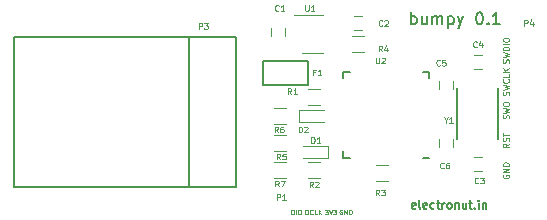
<source format=gto>
G04 #@! TF.FileFunction,Legend,Top*
%FSLAX46Y46*%
G04 Gerber Fmt 4.6, Leading zero omitted, Abs format (unit mm)*
G04 Created by KiCad (PCBNEW 4.0.2-stable) date 6/19/2017 9:33:45 AM*
%MOMM*%
G01*
G04 APERTURE LIST*
%ADD10C,0.150000*%
%ADD11C,0.050000*%
%ADD12C,0.200000*%
%ADD13C,0.120000*%
G04 APERTURE END LIST*
D10*
D11*
X195148238Y-143183000D02*
X195110143Y-143163952D01*
X195053000Y-143163952D01*
X194995857Y-143183000D01*
X194957762Y-143221095D01*
X194938714Y-143259190D01*
X194919666Y-143335381D01*
X194919666Y-143392524D01*
X194938714Y-143468714D01*
X194957762Y-143506810D01*
X194995857Y-143544905D01*
X195053000Y-143563952D01*
X195091095Y-143563952D01*
X195148238Y-143544905D01*
X195167286Y-143525857D01*
X195167286Y-143392524D01*
X195091095Y-143392524D01*
X195338714Y-143563952D02*
X195338714Y-143163952D01*
X195567286Y-143563952D01*
X195567286Y-143163952D01*
X195757762Y-143563952D02*
X195757762Y-143163952D01*
X195853000Y-143163952D01*
X195910143Y-143183000D01*
X195948238Y-143221095D01*
X195967286Y-143259190D01*
X195986334Y-143335381D01*
X195986334Y-143392524D01*
X195967286Y-143468714D01*
X195948238Y-143506810D01*
X195910143Y-143544905D01*
X195853000Y-143563952D01*
X195757762Y-143563952D01*
X193687763Y-143163952D02*
X193935382Y-143163952D01*
X193802049Y-143316333D01*
X193859191Y-143316333D01*
X193897287Y-143335381D01*
X193916334Y-143354429D01*
X193935382Y-143392524D01*
X193935382Y-143487762D01*
X193916334Y-143525857D01*
X193897287Y-143544905D01*
X193859191Y-143563952D01*
X193744906Y-143563952D01*
X193706810Y-143544905D01*
X193687763Y-143525857D01*
X194049667Y-143163952D02*
X194183001Y-143563952D01*
X194316334Y-143163952D01*
X194411572Y-143163952D02*
X194659191Y-143163952D01*
X194525858Y-143316333D01*
X194583000Y-143316333D01*
X194621096Y-143335381D01*
X194640143Y-143354429D01*
X194659191Y-143392524D01*
X194659191Y-143487762D01*
X194640143Y-143525857D01*
X194621096Y-143544905D01*
X194583000Y-143563952D01*
X194468715Y-143563952D01*
X194430619Y-143544905D01*
X194411572Y-143525857D01*
X192053333Y-143559952D02*
X192053333Y-143159952D01*
X192148571Y-143159952D01*
X192205714Y-143179000D01*
X192243809Y-143217095D01*
X192262857Y-143255190D01*
X192281905Y-143331381D01*
X192281905Y-143388524D01*
X192262857Y-143464714D01*
X192243809Y-143502810D01*
X192205714Y-143540905D01*
X192148571Y-143559952D01*
X192053333Y-143559952D01*
X192681905Y-143521857D02*
X192662857Y-143540905D01*
X192605714Y-143559952D01*
X192567619Y-143559952D01*
X192510476Y-143540905D01*
X192472381Y-143502810D01*
X192453333Y-143464714D01*
X192434285Y-143388524D01*
X192434285Y-143331381D01*
X192453333Y-143255190D01*
X192472381Y-143217095D01*
X192510476Y-143179000D01*
X192567619Y-143159952D01*
X192605714Y-143159952D01*
X192662857Y-143179000D01*
X192681905Y-143198048D01*
X193043809Y-143559952D02*
X192853333Y-143559952D01*
X192853333Y-143159952D01*
X193177143Y-143559952D02*
X193177143Y-143159952D01*
X193405715Y-143559952D02*
X193234286Y-143331381D01*
X193405715Y-143159952D02*
X193177143Y-143388524D01*
X190852476Y-143563952D02*
X190852476Y-143163952D01*
X190947714Y-143163952D01*
X191004857Y-143183000D01*
X191042952Y-143221095D01*
X191062000Y-143259190D01*
X191081048Y-143335381D01*
X191081048Y-143392524D01*
X191062000Y-143468714D01*
X191042952Y-143506810D01*
X191004857Y-143544905D01*
X190947714Y-143563952D01*
X190852476Y-143563952D01*
X191252476Y-143563952D02*
X191252476Y-143163952D01*
X191519143Y-143163952D02*
X191595333Y-143163952D01*
X191633428Y-143183000D01*
X191671524Y-143221095D01*
X191690571Y-143297286D01*
X191690571Y-143430619D01*
X191671524Y-143506810D01*
X191633428Y-143544905D01*
X191595333Y-143563952D01*
X191519143Y-143563952D01*
X191481047Y-143544905D01*
X191442952Y-143506810D01*
X191423904Y-143430619D01*
X191423904Y-143297286D01*
X191442952Y-143221095D01*
X191481047Y-143183000D01*
X191519143Y-143163952D01*
X208792000Y-140207953D02*
X208768190Y-140255572D01*
X208768190Y-140327000D01*
X208792000Y-140398429D01*
X208839619Y-140446048D01*
X208887238Y-140469857D01*
X208982476Y-140493667D01*
X209053905Y-140493667D01*
X209149143Y-140469857D01*
X209196762Y-140446048D01*
X209244381Y-140398429D01*
X209268190Y-140327000D01*
X209268190Y-140279381D01*
X209244381Y-140207953D01*
X209220571Y-140184143D01*
X209053905Y-140184143D01*
X209053905Y-140279381D01*
X209268190Y-139969857D02*
X208768190Y-139969857D01*
X209268190Y-139684143D01*
X208768190Y-139684143D01*
X209268190Y-139446047D02*
X208768190Y-139446047D01*
X208768190Y-139327000D01*
X208792000Y-139255571D01*
X208839619Y-139207952D01*
X208887238Y-139184143D01*
X208982476Y-139160333D01*
X209053905Y-139160333D01*
X209149143Y-139184143D01*
X209196762Y-139207952D01*
X209244381Y-139255571D01*
X209268190Y-139327000D01*
X209268190Y-139446047D01*
X209268190Y-137560809D02*
X209030095Y-137727476D01*
X209268190Y-137846523D02*
X208768190Y-137846523D01*
X208768190Y-137656047D01*
X208792000Y-137608428D01*
X208815810Y-137584619D01*
X208863429Y-137560809D01*
X208934857Y-137560809D01*
X208982476Y-137584619D01*
X209006286Y-137608428D01*
X209030095Y-137656047D01*
X209030095Y-137846523D01*
X209244381Y-137370333D02*
X209268190Y-137298904D01*
X209268190Y-137179857D01*
X209244381Y-137132238D01*
X209220571Y-137108428D01*
X209172952Y-137084619D01*
X209125333Y-137084619D01*
X209077714Y-137108428D01*
X209053905Y-137132238D01*
X209030095Y-137179857D01*
X209006286Y-137275095D01*
X208982476Y-137322714D01*
X208958667Y-137346523D01*
X208911048Y-137370333D01*
X208863429Y-137370333D01*
X208815810Y-137346523D01*
X208792000Y-137322714D01*
X208768190Y-137275095D01*
X208768190Y-137156047D01*
X208792000Y-137084619D01*
X208768190Y-136941762D02*
X208768190Y-136656048D01*
X209268190Y-136798905D02*
X208768190Y-136798905D01*
X209244381Y-135437476D02*
X209268190Y-135366047D01*
X209268190Y-135247000D01*
X209244381Y-135199381D01*
X209220571Y-135175571D01*
X209172952Y-135151762D01*
X209125333Y-135151762D01*
X209077714Y-135175571D01*
X209053905Y-135199381D01*
X209030095Y-135247000D01*
X209006286Y-135342238D01*
X208982476Y-135389857D01*
X208958667Y-135413666D01*
X208911048Y-135437476D01*
X208863429Y-135437476D01*
X208815810Y-135413666D01*
X208792000Y-135389857D01*
X208768190Y-135342238D01*
X208768190Y-135223190D01*
X208792000Y-135151762D01*
X208768190Y-134985095D02*
X209268190Y-134866048D01*
X208911048Y-134770810D01*
X209268190Y-134675572D01*
X208768190Y-134556524D01*
X208768190Y-134270809D02*
X208768190Y-134175571D01*
X208792000Y-134127952D01*
X208839619Y-134080333D01*
X208934857Y-134056524D01*
X209101524Y-134056524D01*
X209196762Y-134080333D01*
X209244381Y-134127952D01*
X209268190Y-134175571D01*
X209268190Y-134270809D01*
X209244381Y-134318428D01*
X209196762Y-134366047D01*
X209101524Y-134389857D01*
X208934857Y-134389857D01*
X208839619Y-134366047D01*
X208792000Y-134318428D01*
X208768190Y-134270809D01*
X209244381Y-133464952D02*
X209268190Y-133393523D01*
X209268190Y-133274476D01*
X209244381Y-133226857D01*
X209220571Y-133203047D01*
X209172952Y-133179238D01*
X209125333Y-133179238D01*
X209077714Y-133203047D01*
X209053905Y-133226857D01*
X209030095Y-133274476D01*
X209006286Y-133369714D01*
X208982476Y-133417333D01*
X208958667Y-133441142D01*
X208911048Y-133464952D01*
X208863429Y-133464952D01*
X208815810Y-133441142D01*
X208792000Y-133417333D01*
X208768190Y-133369714D01*
X208768190Y-133250666D01*
X208792000Y-133179238D01*
X208768190Y-133012571D02*
X209268190Y-132893524D01*
X208911048Y-132798286D01*
X209268190Y-132703048D01*
X208768190Y-132584000D01*
X209220571Y-132107809D02*
X209244381Y-132131619D01*
X209268190Y-132203047D01*
X209268190Y-132250666D01*
X209244381Y-132322095D01*
X209196762Y-132369714D01*
X209149143Y-132393523D01*
X209053905Y-132417333D01*
X208982476Y-132417333D01*
X208887238Y-132393523D01*
X208839619Y-132369714D01*
X208792000Y-132322095D01*
X208768190Y-132250666D01*
X208768190Y-132203047D01*
X208792000Y-132131619D01*
X208815810Y-132107809D01*
X209268190Y-131655428D02*
X209268190Y-131893523D01*
X208768190Y-131893523D01*
X209268190Y-131488761D02*
X208768190Y-131488761D01*
X209268190Y-131203047D02*
X208982476Y-131417333D01*
X208768190Y-131203047D02*
X209053905Y-131488761D01*
X209244381Y-130726524D02*
X209268190Y-130655095D01*
X209268190Y-130536048D01*
X209244381Y-130488429D01*
X209220571Y-130464619D01*
X209172952Y-130440810D01*
X209125333Y-130440810D01*
X209077714Y-130464619D01*
X209053905Y-130488429D01*
X209030095Y-130536048D01*
X209006286Y-130631286D01*
X208982476Y-130678905D01*
X208958667Y-130702714D01*
X208911048Y-130726524D01*
X208863429Y-130726524D01*
X208815810Y-130702714D01*
X208792000Y-130678905D01*
X208768190Y-130631286D01*
X208768190Y-130512238D01*
X208792000Y-130440810D01*
X208768190Y-130274143D02*
X209268190Y-130155096D01*
X208911048Y-130059858D01*
X209268190Y-129964620D01*
X208768190Y-129845572D01*
X209268190Y-129655095D02*
X208768190Y-129655095D01*
X208768190Y-129536048D01*
X208792000Y-129464619D01*
X208839619Y-129417000D01*
X208887238Y-129393191D01*
X208982476Y-129369381D01*
X209053905Y-129369381D01*
X209149143Y-129393191D01*
X209196762Y-129417000D01*
X209244381Y-129464619D01*
X209268190Y-129536048D01*
X209268190Y-129655095D01*
X209268190Y-129155095D02*
X208768190Y-129155095D01*
X208768190Y-128821762D02*
X208768190Y-128726524D01*
X208792000Y-128678905D01*
X208839619Y-128631286D01*
X208934857Y-128607477D01*
X209101524Y-128607477D01*
X209196762Y-128631286D01*
X209244381Y-128678905D01*
X209268190Y-128726524D01*
X209268190Y-128821762D01*
X209244381Y-128869381D01*
X209196762Y-128917000D01*
X209101524Y-128940810D01*
X208934857Y-128940810D01*
X208839619Y-128917000D01*
X208792000Y-128869381D01*
X208768190Y-128821762D01*
D10*
X201349334Y-143031333D02*
X201282668Y-143064667D01*
X201149334Y-143064667D01*
X201082668Y-143031333D01*
X201049334Y-142964667D01*
X201049334Y-142698000D01*
X201082668Y-142631333D01*
X201149334Y-142598000D01*
X201282668Y-142598000D01*
X201349334Y-142631333D01*
X201382668Y-142698000D01*
X201382668Y-142764667D01*
X201049334Y-142831333D01*
X201782668Y-143064667D02*
X201716001Y-143031333D01*
X201682668Y-142964667D01*
X201682668Y-142364667D01*
X202316001Y-143031333D02*
X202249335Y-143064667D01*
X202116001Y-143064667D01*
X202049335Y-143031333D01*
X202016001Y-142964667D01*
X202016001Y-142698000D01*
X202049335Y-142631333D01*
X202116001Y-142598000D01*
X202249335Y-142598000D01*
X202316001Y-142631333D01*
X202349335Y-142698000D01*
X202349335Y-142764667D01*
X202016001Y-142831333D01*
X202949335Y-143031333D02*
X202882668Y-143064667D01*
X202749335Y-143064667D01*
X202682668Y-143031333D01*
X202649335Y-142998000D01*
X202616001Y-142931333D01*
X202616001Y-142731333D01*
X202649335Y-142664667D01*
X202682668Y-142631333D01*
X202749335Y-142598000D01*
X202882668Y-142598000D01*
X202949335Y-142631333D01*
X203149335Y-142598000D02*
X203416001Y-142598000D01*
X203249335Y-142364667D02*
X203249335Y-142964667D01*
X203282668Y-143031333D01*
X203349335Y-143064667D01*
X203416001Y-143064667D01*
X203649335Y-143064667D02*
X203649335Y-142598000D01*
X203649335Y-142731333D02*
X203682668Y-142664667D01*
X203716001Y-142631333D01*
X203782668Y-142598000D01*
X203849335Y-142598000D01*
X204182668Y-143064667D02*
X204116001Y-143031333D01*
X204082668Y-142998000D01*
X204049334Y-142931333D01*
X204049334Y-142731333D01*
X204082668Y-142664667D01*
X204116001Y-142631333D01*
X204182668Y-142598000D01*
X204282668Y-142598000D01*
X204349334Y-142631333D01*
X204382668Y-142664667D01*
X204416001Y-142731333D01*
X204416001Y-142931333D01*
X204382668Y-142998000D01*
X204349334Y-143031333D01*
X204282668Y-143064667D01*
X204182668Y-143064667D01*
X204716001Y-142598000D02*
X204716001Y-143064667D01*
X204716001Y-142664667D02*
X204749334Y-142631333D01*
X204816001Y-142598000D01*
X204916001Y-142598000D01*
X204982667Y-142631333D01*
X205016001Y-142698000D01*
X205016001Y-143064667D01*
X205649334Y-142598000D02*
X205649334Y-143064667D01*
X205349334Y-142598000D02*
X205349334Y-142964667D01*
X205382667Y-143031333D01*
X205449334Y-143064667D01*
X205549334Y-143064667D01*
X205616000Y-143031333D01*
X205649334Y-142998000D01*
X205882667Y-142598000D02*
X206149333Y-142598000D01*
X205982667Y-142364667D02*
X205982667Y-142964667D01*
X206016000Y-143031333D01*
X206082667Y-143064667D01*
X206149333Y-143064667D01*
X206382667Y-142998000D02*
X206416000Y-143031333D01*
X206382667Y-143064667D01*
X206349333Y-143031333D01*
X206382667Y-142998000D01*
X206382667Y-143064667D01*
X206716000Y-143064667D02*
X206716000Y-142598000D01*
X206716000Y-142364667D02*
X206682666Y-142398000D01*
X206716000Y-142431333D01*
X206749333Y-142398000D01*
X206716000Y-142364667D01*
X206716000Y-142431333D01*
X207049333Y-142598000D02*
X207049333Y-143064667D01*
X207049333Y-142664667D02*
X207082666Y-142631333D01*
X207149333Y-142598000D01*
X207249333Y-142598000D01*
X207315999Y-142631333D01*
X207349333Y-142698000D01*
X207349333Y-143064667D01*
D12*
X200985905Y-127452381D02*
X200985905Y-126452381D01*
X200985905Y-126833333D02*
X201081143Y-126785714D01*
X201271620Y-126785714D01*
X201366858Y-126833333D01*
X201414477Y-126880952D01*
X201462096Y-126976190D01*
X201462096Y-127261905D01*
X201414477Y-127357143D01*
X201366858Y-127404762D01*
X201271620Y-127452381D01*
X201081143Y-127452381D01*
X200985905Y-127404762D01*
X202319239Y-126785714D02*
X202319239Y-127452381D01*
X201890667Y-126785714D02*
X201890667Y-127309524D01*
X201938286Y-127404762D01*
X202033524Y-127452381D01*
X202176382Y-127452381D01*
X202271620Y-127404762D01*
X202319239Y-127357143D01*
X202795429Y-127452381D02*
X202795429Y-126785714D01*
X202795429Y-126880952D02*
X202843048Y-126833333D01*
X202938286Y-126785714D01*
X203081144Y-126785714D01*
X203176382Y-126833333D01*
X203224001Y-126928571D01*
X203224001Y-127452381D01*
X203224001Y-126928571D02*
X203271620Y-126833333D01*
X203366858Y-126785714D01*
X203509715Y-126785714D01*
X203604953Y-126833333D01*
X203652572Y-126928571D01*
X203652572Y-127452381D01*
X204128762Y-126785714D02*
X204128762Y-127785714D01*
X204128762Y-126833333D02*
X204224000Y-126785714D01*
X204414477Y-126785714D01*
X204509715Y-126833333D01*
X204557334Y-126880952D01*
X204604953Y-126976190D01*
X204604953Y-127261905D01*
X204557334Y-127357143D01*
X204509715Y-127404762D01*
X204414477Y-127452381D01*
X204224000Y-127452381D01*
X204128762Y-127404762D01*
X204938286Y-126785714D02*
X205176381Y-127452381D01*
X205414477Y-126785714D02*
X205176381Y-127452381D01*
X205081143Y-127690476D01*
X205033524Y-127738095D01*
X204938286Y-127785714D01*
X206747810Y-126452381D02*
X206843049Y-126452381D01*
X206938287Y-126500000D01*
X206985906Y-126547619D01*
X207033525Y-126642857D01*
X207081144Y-126833333D01*
X207081144Y-127071429D01*
X207033525Y-127261905D01*
X206985906Y-127357143D01*
X206938287Y-127404762D01*
X206843049Y-127452381D01*
X206747810Y-127452381D01*
X206652572Y-127404762D01*
X206604953Y-127357143D01*
X206557334Y-127261905D01*
X206509715Y-127071429D01*
X206509715Y-126833333D01*
X206557334Y-126642857D01*
X206604953Y-126547619D01*
X206652572Y-126500000D01*
X206747810Y-126452381D01*
X207509715Y-127357143D02*
X207557334Y-127404762D01*
X207509715Y-127452381D01*
X207462096Y-127404762D01*
X207509715Y-127357143D01*
X207509715Y-127452381D01*
X208509715Y-127452381D02*
X207938286Y-127452381D01*
X208224000Y-127452381D02*
X208224000Y-126452381D01*
X208128762Y-126595238D01*
X208033524Y-126690476D01*
X207938286Y-126738095D01*
D13*
X190338000Y-127793000D02*
X190338000Y-128493000D01*
X189138000Y-128493000D02*
X189138000Y-127793000D01*
X196119000Y-126781000D02*
X196819000Y-126781000D01*
X196819000Y-127981000D02*
X196119000Y-127981000D01*
X206279000Y-138719000D02*
X206979000Y-138719000D01*
X206979000Y-139919000D02*
X206279000Y-139919000D01*
X206279000Y-130083000D02*
X206979000Y-130083000D01*
X206979000Y-131283000D02*
X206279000Y-131283000D01*
X204562000Y-132238000D02*
X204562000Y-132938000D01*
X203362000Y-132938000D02*
X203362000Y-132238000D01*
X204562000Y-137191000D02*
X204562000Y-137891000D01*
X203362000Y-137891000D02*
X203362000Y-137191000D01*
X193959000Y-138803000D02*
X193959000Y-137803000D01*
X193959000Y-137803000D02*
X191859000Y-137803000D01*
X193959000Y-138803000D02*
X191859000Y-138803000D01*
X191486000Y-134755000D02*
X191486000Y-135755000D01*
X191486000Y-135755000D02*
X193586000Y-135755000D01*
X191486000Y-134755000D02*
X193586000Y-134755000D01*
D10*
X188468000Y-130556000D02*
X192278000Y-130556000D01*
X192278000Y-130556000D02*
X192278000Y-132588000D01*
X192278000Y-132588000D02*
X188468000Y-132588000D01*
X188468000Y-132588000D02*
X188468000Y-130556000D01*
D13*
X192286000Y-132924000D02*
X193286000Y-132924000D01*
X193286000Y-134284000D02*
X192286000Y-134284000D01*
X193286000Y-140507000D02*
X192286000Y-140507000D01*
X192286000Y-139147000D02*
X193286000Y-139147000D01*
X198001000Y-139401000D02*
X199001000Y-139401000D01*
X199001000Y-140761000D02*
X198001000Y-140761000D01*
X195969000Y-128479000D02*
X196969000Y-128479000D01*
X196969000Y-129839000D02*
X195969000Y-129839000D01*
X189365000Y-136861000D02*
X190365000Y-136861000D01*
X190365000Y-138221000D02*
X189365000Y-138221000D01*
X189365000Y-134575000D02*
X190365000Y-134575000D01*
X190365000Y-135935000D02*
X189365000Y-135935000D01*
X189365000Y-139147000D02*
X190365000Y-139147000D01*
X190365000Y-140507000D02*
X189365000Y-140507000D01*
X191759000Y-129880000D02*
X193559000Y-129880000D01*
X193559000Y-126660000D02*
X191109000Y-126660000D01*
D10*
X195257000Y-138753000D02*
X195257000Y-138228000D01*
X202507000Y-131503000D02*
X202507000Y-132028000D01*
X195257000Y-131503000D02*
X195257000Y-132028000D01*
X202507000Y-138753000D02*
X201982000Y-138753000D01*
X202507000Y-131503000D02*
X201982000Y-131503000D01*
X195257000Y-131503000D02*
X195782000Y-131503000D01*
X195257000Y-138753000D02*
X195782000Y-138753000D01*
X208379000Y-132851000D02*
X208379000Y-137151000D01*
X204879000Y-137151000D02*
X204879000Y-132851000D01*
X182166000Y-128524000D02*
X182166000Y-141224000D01*
X167366000Y-128524000D02*
X167366000Y-141224000D01*
X167366000Y-141224000D02*
X186166000Y-141224000D01*
X186166000Y-141224000D02*
X186166000Y-128524000D01*
X186166000Y-128524000D02*
X167366000Y-128524000D01*
D11*
X189781667Y-126289571D02*
X189757857Y-126313381D01*
X189686429Y-126337190D01*
X189638810Y-126337190D01*
X189567381Y-126313381D01*
X189519762Y-126265762D01*
X189495953Y-126218143D01*
X189472143Y-126122905D01*
X189472143Y-126051476D01*
X189495953Y-125956238D01*
X189519762Y-125908619D01*
X189567381Y-125861000D01*
X189638810Y-125837190D01*
X189686429Y-125837190D01*
X189757857Y-125861000D01*
X189781667Y-125884810D01*
X190257857Y-126337190D02*
X189972143Y-126337190D01*
X190115000Y-126337190D02*
X190115000Y-125837190D01*
X190067381Y-125908619D01*
X190019762Y-125956238D01*
X189972143Y-125980048D01*
X198544667Y-127559571D02*
X198520857Y-127583381D01*
X198449429Y-127607190D01*
X198401810Y-127607190D01*
X198330381Y-127583381D01*
X198282762Y-127535762D01*
X198258953Y-127488143D01*
X198235143Y-127392905D01*
X198235143Y-127321476D01*
X198258953Y-127226238D01*
X198282762Y-127178619D01*
X198330381Y-127131000D01*
X198401810Y-127107190D01*
X198449429Y-127107190D01*
X198520857Y-127131000D01*
X198544667Y-127154810D01*
X198735143Y-127154810D02*
X198758953Y-127131000D01*
X198806572Y-127107190D01*
X198925619Y-127107190D01*
X198973238Y-127131000D01*
X198997048Y-127154810D01*
X199020857Y-127202429D01*
X199020857Y-127250048D01*
X198997048Y-127321476D01*
X198711334Y-127607190D01*
X199020857Y-127607190D01*
X206672667Y-140894571D02*
X206648857Y-140918381D01*
X206577429Y-140942190D01*
X206529810Y-140942190D01*
X206458381Y-140918381D01*
X206410762Y-140870762D01*
X206386953Y-140823143D01*
X206363143Y-140727905D01*
X206363143Y-140656476D01*
X206386953Y-140561238D01*
X206410762Y-140513619D01*
X206458381Y-140466000D01*
X206529810Y-140442190D01*
X206577429Y-140442190D01*
X206648857Y-140466000D01*
X206672667Y-140489810D01*
X206839334Y-140442190D02*
X207148857Y-140442190D01*
X206982191Y-140632667D01*
X207053619Y-140632667D01*
X207101238Y-140656476D01*
X207125048Y-140680286D01*
X207148857Y-140727905D01*
X207148857Y-140846952D01*
X207125048Y-140894571D01*
X207101238Y-140918381D01*
X207053619Y-140942190D01*
X206910762Y-140942190D01*
X206863143Y-140918381D01*
X206839334Y-140894571D01*
X206545667Y-129361571D02*
X206521857Y-129385381D01*
X206450429Y-129409190D01*
X206402810Y-129409190D01*
X206331381Y-129385381D01*
X206283762Y-129337762D01*
X206259953Y-129290143D01*
X206236143Y-129194905D01*
X206236143Y-129123476D01*
X206259953Y-129028238D01*
X206283762Y-128980619D01*
X206331381Y-128933000D01*
X206402810Y-128909190D01*
X206450429Y-128909190D01*
X206521857Y-128933000D01*
X206545667Y-128956810D01*
X206974238Y-129075857D02*
X206974238Y-129409190D01*
X206855191Y-128885381D02*
X206736143Y-129242524D01*
X207045667Y-129242524D01*
X203434167Y-130925071D02*
X203410357Y-130948881D01*
X203338929Y-130972690D01*
X203291310Y-130972690D01*
X203219881Y-130948881D01*
X203172262Y-130901262D01*
X203148453Y-130853643D01*
X203124643Y-130758405D01*
X203124643Y-130686976D01*
X203148453Y-130591738D01*
X203172262Y-130544119D01*
X203219881Y-130496500D01*
X203291310Y-130472690D01*
X203338929Y-130472690D01*
X203410357Y-130496500D01*
X203434167Y-130520310D01*
X203886548Y-130472690D02*
X203648453Y-130472690D01*
X203624643Y-130710786D01*
X203648453Y-130686976D01*
X203696072Y-130663167D01*
X203815119Y-130663167D01*
X203862738Y-130686976D01*
X203886548Y-130710786D01*
X203910357Y-130758405D01*
X203910357Y-130877452D01*
X203886548Y-130925071D01*
X203862738Y-130948881D01*
X203815119Y-130972690D01*
X203696072Y-130972690D01*
X203648453Y-130948881D01*
X203624643Y-130925071D01*
X203751667Y-139624571D02*
X203727857Y-139648381D01*
X203656429Y-139672190D01*
X203608810Y-139672190D01*
X203537381Y-139648381D01*
X203489762Y-139600762D01*
X203465953Y-139553143D01*
X203442143Y-139457905D01*
X203442143Y-139386476D01*
X203465953Y-139291238D01*
X203489762Y-139243619D01*
X203537381Y-139196000D01*
X203608810Y-139172190D01*
X203656429Y-139172190D01*
X203727857Y-139196000D01*
X203751667Y-139219810D01*
X204180238Y-139172190D02*
X204085000Y-139172190D01*
X204037381Y-139196000D01*
X204013572Y-139219810D01*
X203965953Y-139291238D01*
X203942143Y-139386476D01*
X203942143Y-139576952D01*
X203965953Y-139624571D01*
X203989762Y-139648381D01*
X204037381Y-139672190D01*
X204132619Y-139672190D01*
X204180238Y-139648381D01*
X204204048Y-139624571D01*
X204227857Y-139576952D01*
X204227857Y-139457905D01*
X204204048Y-139410286D01*
X204180238Y-139386476D01*
X204132619Y-139362667D01*
X204037381Y-139362667D01*
X203989762Y-139386476D01*
X203965953Y-139410286D01*
X203942143Y-139457905D01*
X192543953Y-137513190D02*
X192543953Y-137013190D01*
X192663000Y-137013190D01*
X192734429Y-137037000D01*
X192782048Y-137084619D01*
X192805857Y-137132238D01*
X192829667Y-137227476D01*
X192829667Y-137298905D01*
X192805857Y-137394143D01*
X192782048Y-137441762D01*
X192734429Y-137489381D01*
X192663000Y-137513190D01*
X192543953Y-137513190D01*
X193305857Y-137513190D02*
X193020143Y-137513190D01*
X193163000Y-137513190D02*
X193163000Y-137013190D01*
X193115381Y-137084619D01*
X193067762Y-137132238D01*
X193020143Y-137156048D01*
X191464453Y-136624190D02*
X191464453Y-136124190D01*
X191583500Y-136124190D01*
X191654929Y-136148000D01*
X191702548Y-136195619D01*
X191726357Y-136243238D01*
X191750167Y-136338476D01*
X191750167Y-136409905D01*
X191726357Y-136505143D01*
X191702548Y-136552762D01*
X191654929Y-136600381D01*
X191583500Y-136624190D01*
X191464453Y-136624190D01*
X191940643Y-136171810D02*
X191964453Y-136148000D01*
X192012072Y-136124190D01*
X192131119Y-136124190D01*
X192178738Y-136148000D01*
X192202548Y-136171810D01*
X192226357Y-136219429D01*
X192226357Y-136267048D01*
X192202548Y-136338476D01*
X191916834Y-136624190D01*
X192226357Y-136624190D01*
X192873334Y-131536286D02*
X192706668Y-131536286D01*
X192706668Y-131798190D02*
X192706668Y-131298190D01*
X192944763Y-131298190D01*
X193397143Y-131798190D02*
X193111429Y-131798190D01*
X193254286Y-131798190D02*
X193254286Y-131298190D01*
X193206667Y-131369619D01*
X193159048Y-131417238D01*
X193111429Y-131441048D01*
X189622953Y-142339190D02*
X189622953Y-141839190D01*
X189813429Y-141839190D01*
X189861048Y-141863000D01*
X189884857Y-141886810D01*
X189908667Y-141934429D01*
X189908667Y-142005857D01*
X189884857Y-142053476D01*
X189861048Y-142077286D01*
X189813429Y-142101095D01*
X189622953Y-142101095D01*
X190384857Y-142339190D02*
X190099143Y-142339190D01*
X190242000Y-142339190D02*
X190242000Y-141839190D01*
X190194381Y-141910619D01*
X190146762Y-141958238D01*
X190099143Y-141982048D01*
X210577953Y-127571190D02*
X210577953Y-127071190D01*
X210768429Y-127071190D01*
X210816048Y-127095000D01*
X210839857Y-127118810D01*
X210863667Y-127166429D01*
X210863667Y-127237857D01*
X210839857Y-127285476D01*
X210816048Y-127309286D01*
X210768429Y-127333095D01*
X210577953Y-127333095D01*
X211292238Y-127237857D02*
X211292238Y-127571190D01*
X211173191Y-127047381D02*
X211054143Y-127404524D01*
X211363667Y-127404524D01*
X190861167Y-133385690D02*
X190694500Y-133147595D01*
X190575453Y-133385690D02*
X190575453Y-132885690D01*
X190765929Y-132885690D01*
X190813548Y-132909500D01*
X190837357Y-132933310D01*
X190861167Y-132980929D01*
X190861167Y-133052357D01*
X190837357Y-133099976D01*
X190813548Y-133123786D01*
X190765929Y-133147595D01*
X190575453Y-133147595D01*
X191337357Y-133385690D02*
X191051643Y-133385690D01*
X191194500Y-133385690D02*
X191194500Y-132885690D01*
X191146881Y-132957119D01*
X191099262Y-133004738D01*
X191051643Y-133028548D01*
X192680667Y-141276190D02*
X192514000Y-141038095D01*
X192394953Y-141276190D02*
X192394953Y-140776190D01*
X192585429Y-140776190D01*
X192633048Y-140800000D01*
X192656857Y-140823810D01*
X192680667Y-140871429D01*
X192680667Y-140942857D01*
X192656857Y-140990476D01*
X192633048Y-141014286D01*
X192585429Y-141038095D01*
X192394953Y-141038095D01*
X192871143Y-140823810D02*
X192894953Y-140800000D01*
X192942572Y-140776190D01*
X193061619Y-140776190D01*
X193109238Y-140800000D01*
X193133048Y-140823810D01*
X193156857Y-140871429D01*
X193156857Y-140919048D01*
X193133048Y-140990476D01*
X192847334Y-141276190D01*
X193156857Y-141276190D01*
X198290667Y-141958190D02*
X198124000Y-141720095D01*
X198004953Y-141958190D02*
X198004953Y-141458190D01*
X198195429Y-141458190D01*
X198243048Y-141482000D01*
X198266857Y-141505810D01*
X198290667Y-141553429D01*
X198290667Y-141624857D01*
X198266857Y-141672476D01*
X198243048Y-141696286D01*
X198195429Y-141720095D01*
X198004953Y-141720095D01*
X198457334Y-141458190D02*
X198766857Y-141458190D01*
X198600191Y-141648667D01*
X198671619Y-141648667D01*
X198719238Y-141672476D01*
X198743048Y-141696286D01*
X198766857Y-141743905D01*
X198766857Y-141862952D01*
X198743048Y-141910571D01*
X198719238Y-141934381D01*
X198671619Y-141958190D01*
X198528762Y-141958190D01*
X198481143Y-141934381D01*
X198457334Y-141910571D01*
X198544667Y-129766190D02*
X198378000Y-129528095D01*
X198258953Y-129766190D02*
X198258953Y-129266190D01*
X198449429Y-129266190D01*
X198497048Y-129290000D01*
X198520857Y-129313810D01*
X198544667Y-129361429D01*
X198544667Y-129432857D01*
X198520857Y-129480476D01*
X198497048Y-129504286D01*
X198449429Y-129528095D01*
X198258953Y-129528095D01*
X198973238Y-129432857D02*
X198973238Y-129766190D01*
X198854191Y-129242381D02*
X198735143Y-129599524D01*
X199044667Y-129599524D01*
X189908667Y-138910190D02*
X189742000Y-138672095D01*
X189622953Y-138910190D02*
X189622953Y-138410190D01*
X189813429Y-138410190D01*
X189861048Y-138434000D01*
X189884857Y-138457810D01*
X189908667Y-138505429D01*
X189908667Y-138576857D01*
X189884857Y-138624476D01*
X189861048Y-138648286D01*
X189813429Y-138672095D01*
X189622953Y-138672095D01*
X190361048Y-138410190D02*
X190122953Y-138410190D01*
X190099143Y-138648286D01*
X190122953Y-138624476D01*
X190170572Y-138600667D01*
X190289619Y-138600667D01*
X190337238Y-138624476D01*
X190361048Y-138648286D01*
X190384857Y-138695905D01*
X190384857Y-138814952D01*
X190361048Y-138862571D01*
X190337238Y-138886381D01*
X190289619Y-138910190D01*
X190170572Y-138910190D01*
X190122953Y-138886381D01*
X190099143Y-138862571D01*
X189718167Y-136624190D02*
X189551500Y-136386095D01*
X189432453Y-136624190D02*
X189432453Y-136124190D01*
X189622929Y-136124190D01*
X189670548Y-136148000D01*
X189694357Y-136171810D01*
X189718167Y-136219429D01*
X189718167Y-136290857D01*
X189694357Y-136338476D01*
X189670548Y-136362286D01*
X189622929Y-136386095D01*
X189432453Y-136386095D01*
X190146738Y-136124190D02*
X190051500Y-136124190D01*
X190003881Y-136148000D01*
X189980072Y-136171810D01*
X189932453Y-136243238D01*
X189908643Y-136338476D01*
X189908643Y-136528952D01*
X189932453Y-136576571D01*
X189956262Y-136600381D01*
X190003881Y-136624190D01*
X190099119Y-136624190D01*
X190146738Y-136600381D01*
X190170548Y-136576571D01*
X190194357Y-136528952D01*
X190194357Y-136409905D01*
X190170548Y-136362286D01*
X190146738Y-136338476D01*
X190099119Y-136314667D01*
X190003881Y-136314667D01*
X189956262Y-136338476D01*
X189932453Y-136362286D01*
X189908643Y-136409905D01*
X189781667Y-141196190D02*
X189615000Y-140958095D01*
X189495953Y-141196190D02*
X189495953Y-140696190D01*
X189686429Y-140696190D01*
X189734048Y-140720000D01*
X189757857Y-140743810D01*
X189781667Y-140791429D01*
X189781667Y-140862857D01*
X189757857Y-140910476D01*
X189734048Y-140934286D01*
X189686429Y-140958095D01*
X189495953Y-140958095D01*
X189948334Y-140696190D02*
X190281667Y-140696190D01*
X190067381Y-141196190D01*
X192024048Y-125837190D02*
X192024048Y-126241952D01*
X192047857Y-126289571D01*
X192071667Y-126313381D01*
X192119286Y-126337190D01*
X192214524Y-126337190D01*
X192262143Y-126313381D01*
X192285952Y-126289571D01*
X192309762Y-126241952D01*
X192309762Y-125837190D01*
X192809762Y-126337190D02*
X192524048Y-126337190D01*
X192666905Y-126337190D02*
X192666905Y-125837190D01*
X192619286Y-125908619D01*
X192571667Y-125956238D01*
X192524048Y-125980048D01*
X197993048Y-130282190D02*
X197993048Y-130686952D01*
X198016857Y-130734571D01*
X198040667Y-130758381D01*
X198088286Y-130782190D01*
X198183524Y-130782190D01*
X198231143Y-130758381D01*
X198254952Y-130734571D01*
X198278762Y-130686952D01*
X198278762Y-130282190D01*
X198493048Y-130329810D02*
X198516858Y-130306000D01*
X198564477Y-130282190D01*
X198683524Y-130282190D01*
X198731143Y-130306000D01*
X198754953Y-130329810D01*
X198778762Y-130377429D01*
X198778762Y-130425048D01*
X198754953Y-130496476D01*
X198469239Y-130782190D01*
X198778762Y-130782190D01*
X203914406Y-135560595D02*
X203914406Y-135798690D01*
X203747739Y-135298690D02*
X203914406Y-135560595D01*
X204081072Y-135298690D01*
X204509643Y-135798690D02*
X204223929Y-135798690D01*
X204366786Y-135798690D02*
X204366786Y-135298690D01*
X204319167Y-135370119D01*
X204271548Y-135417738D01*
X204223929Y-135441548D01*
X183018953Y-127861190D02*
X183018953Y-127361190D01*
X183209429Y-127361190D01*
X183257048Y-127385000D01*
X183280857Y-127408810D01*
X183304667Y-127456429D01*
X183304667Y-127527857D01*
X183280857Y-127575476D01*
X183257048Y-127599286D01*
X183209429Y-127623095D01*
X183018953Y-127623095D01*
X183471334Y-127361190D02*
X183780857Y-127361190D01*
X183614191Y-127551667D01*
X183685619Y-127551667D01*
X183733238Y-127575476D01*
X183757048Y-127599286D01*
X183780857Y-127646905D01*
X183780857Y-127765952D01*
X183757048Y-127813571D01*
X183733238Y-127837381D01*
X183685619Y-127861190D01*
X183542762Y-127861190D01*
X183495143Y-127837381D01*
X183471334Y-127813571D01*
M02*

</source>
